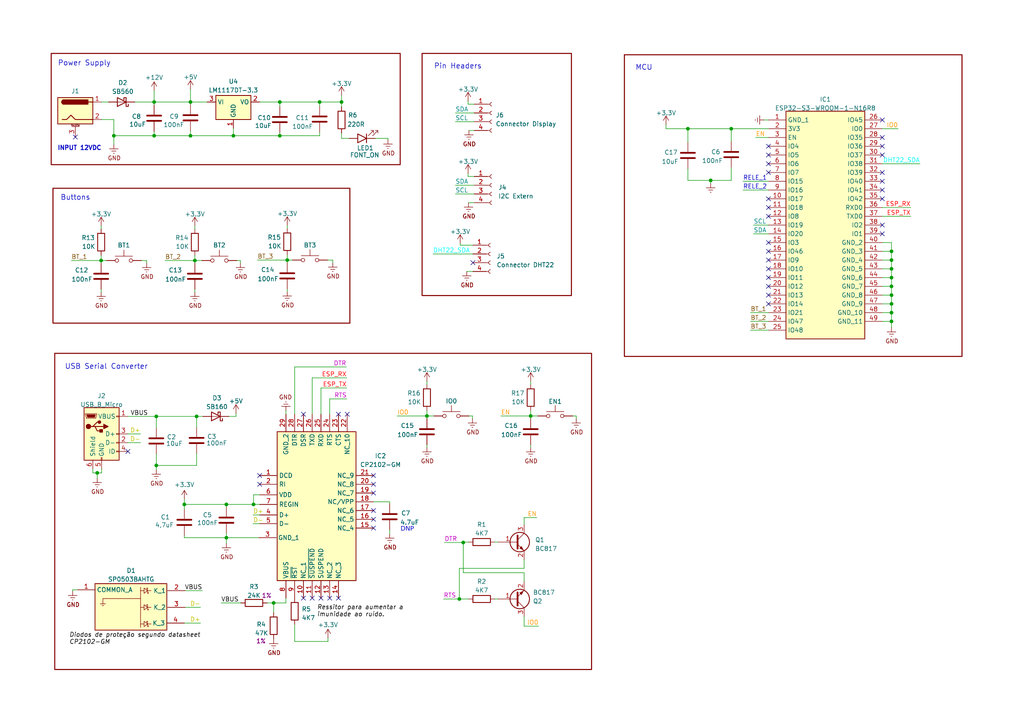
<source format=kicad_sch>
(kicad_sch (version 20231120) (generator "eeschema") (generator_version "8.0")
  (paper "A4")
  (title_block (title "Controlodor IoT") (date "2024-06-26") (rev "v1.0") (company "Open Hardware"))
  (lib_symbols
    (symbol "Connector:Barrel_Jack_MountingPin" (pin_names hide)
      (property "Reference" "J1" (at 0 5.715 0))
      (symbol "Barrel_Jack_MountingPin_1_1"
        (text "Mounting" (at 0 -4.191 0) (effects (font (size 0.381 0.381))))
        (pin passive line (at 7.62 2.54 180) (length 2.54) (name "~") (number "1"))
        (pin passive line (at 7.62 -2.54 180) (length 2.54) (name "~") (number "2"))
        (pin passive line (at 0 -7.62 90) (length 3.048) (name "MountPin") (number "3"))
      )
    )
    (symbol "Connector:Conn_01x04_Socket" (pin_names (offset 1.016) hide)
      (property "Reference" "J" (at 0 5.08 0))
      (property "Value" "Conn_01x04_Socket" (at 0 -7.62 0))
      (symbol "Conn_01x04_Socket_1_1"
        (pin passive line (at -5.08 2.54 0) (length 3.81) (name "Pin_1") (number "1"))
        (pin passive line (at -5.08 0 0) (length 3.81) (name "Pin_2") (number "2"))
        (pin passive line (at -5.08 -2.54 0) (length 3.81) (name "Pin_3") (number "3"))
        (pin passive line (at -5.08 -5.08 0) (length 3.81) (name "Pin_4") (number "4"))
      )
    )
    (symbol "Connector:USB_B_Micro" (pin_names (offset 1.016))
      (property "Reference" "J" (at -5.08 11.43 0))
      (property "Value" "USB_B_Micro" (at -5.08 8.89 0))
      (symbol "USB_B_Micro_1_1"
        (pin power_out line (at 7.62 5.08 180) (length 2.54) (name "VBUS") (number "1"))
        (pin bidirectional line (at 7.62 -2.54 180) (length 2.54) (name "D-") (number "2"))
        (pin bidirectional line (at 7.62 0 180) (length 2.54) (name "D+") (number "3"))
        (pin passive line (at 7.62 -5.08 180) (length 2.54) (name "ID") (number "4"))
        (pin power_out line (at 0 -10.16 90) (length 2.54) (name "GND") (number "5"))
        (pin passive line (at -2.54 -10.16 90) (length 2.54) (name "Shield") (number "6"))
      )
    )
    (symbol "Device:C" (pin_numbers hide) (pin_names (offset 0.254))
      (property "Reference" "C" (at 0.635 2.54 0))
      (property "Value" "C" (at 0.635 -2.54 0))
      (symbol "C_1_1"
        (pin passive line (at 0 3.81 270) (length 2.794) (name "~") (number "1"))
        (pin passive line (at 0 -3.81 90) (length 2.794) (name "~") (number "2"))
      )
    )
    (symbol "Device:LED" (pin_numbers hide) (pin_names (offset 1.016) hide)
      (property "Reference" "D3" (at -0.9525 -3.175 90))
      (property "Value" "LED" (at -3.4925 -3.175 90))
      (symbol "LED_1_1"
        (pin passive line (at -3.81 0 0) (length 2.54) (name "K") (number "1"))
        (pin passive line (at 3.81 0 180) (length 2.54) (name "A") (number "2"))
      )
    )
    (symbol "Device:R" (pin_numbers hide) (pin_names (offset 0))
      (property "Reference" "R" (at 2.032 0 90))
      (property "Value" "R" (at 0 0 90))
      (symbol "R_1_1"
        (pin passive line (at 0 3.81 270) (length 1.27) (name "~") (number "1"))
        (pin passive line (at 0 -3.81 90) (length 1.27) (name "~") (number "2"))
      )
    )
    (symbol "Diode:SB160" (pin_numbers hide) (pin_names (offset 1.016) hide)
      (property "Reference" "D" (at 0 2.54 0))
      (property "Value" "SB160" (at 0 -2.54 0))
      (symbol "SB160_1_1"
        (pin passive line (at -3.81 0 0) (length 2.54) (name "K") (number "1"))
        (pin passive line (at 3.81 0 180) (length 2.54) (name "A") (number "2"))
      )
    )
    (symbol "My_Library_Conectors:Chave_Táctil_Push_Button_SMD_2_Terminais_3x6x4,3_Preta_(KFC-A06)" (pin_numbers hide) (pin_names (offset 1.016) hide)
      (property "Reference" "SW" (at 1.27 2.54 0))
      (property "Value" "SW_MEC_5G" (at 0 -1.524 0))
      (symbol "Chave_Táctil_Push_Button_SMD_2_Terminais_3x6x4,3_Preta_(KFC-A06)_1_1"
        (pin passive line (at -5.08 0 0) (length 2.54) (name "1") (number "1"))
        (pin passive line (at 5.08 0 180) (length 2.54) (name "2") (number "2"))
      )
    )
    (symbol "My_Library_MCU:ESP32-S3-WROOM-1-N16R8"
      (property "Reference" "IC" (at 29.21 7.62 0))
      (property "Value" "ESP32-S3-WROOM-1-N16R8" (at 29.21 5.08 0))
      (symbol "ESP32-S3-WROOM-1-N16R8_1_1"
        (pin passive line (at 0 0 0) (length 5.08) (name "GND_1") (number "1"))
        (pin passive line (at 0 -22.86 0) (length 5.08) (name "IO17") (number "10"))
        (pin passive line (at 0 -25.4 0) (length 5.08) (name "IO18") (number "11"))
        (pin passive line (at 0 -27.94 0) (length 5.08) (name "IO8") (number "12"))
        (pin passive line (at 0 -30.48 0) (length 5.08) (name "IO19") (number "13"))
        (pin passive line (at 0 -33.02 0) (length 5.08) (name "IO20") (number "14"))
        (pin passive line (at 0 -35.56 0) (length 5.08) (name "IO3") (number "15"))
        (pin passive line (at 0 -38.1 0) (length 5.08) (name "IO46") (number "16"))
        (pin passive line (at 0 -40.64 0) (length 5.08) (name "IO9") (number "17"))
        (pin passive line (at 0 -43.18 0) (length 5.08) (name "IO10") (number "18"))
        (pin passive line (at 0 -45.72 0) (length 5.08) (name "IO11") (number "19"))
        (pin passive line (at 0 -2.54 0) (length 5.08) (name "3V3") (number "2"))
        (pin passive line (at 0 -48.26 0) (length 5.08) (name "IO12") (number "20"))
        (pin passive line (at 0 -50.8 0) (length 5.08) (name "IO13") (number "21"))
        (pin passive line (at 0 -53.34 0) (length 5.08) (name "IO14") (number "22"))
        (pin passive line (at 0 -55.88 0) (length 5.08) (name "IO21") (number "23"))
        (pin passive line (at 0 -58.42 0) (length 5.08) (name "IO47") (number "24"))
        (pin passive line (at 0 -60.96 0) (length 5.08) (name "IO48") (number "25"))
        (pin passive line (at 33.02 0 180) (length 5.08) (name "IO45") (number "26"))
        (pin passive line (at 33.02 -2.54 180) (length 5.08) (name "IO0") (number "27"))
        (pin passive line (at 33.02 -5.08 180) (length 5.08) (name "IO35") (number "28"))
        (pin passive line (at 33.02 -7.62 180) (length 5.08) (name "IO36") (number "29"))
        (pin passive line (at 0 -5.08 0) (length 5.08) (name "EN") (number "3"))
        (pin passive line (at 33.02 -10.16 180) (length 5.08) (name "IO37") (number "30"))
        (pin passive line (at 33.02 -12.7 180) (length 5.08) (name "IO38") (number "31"))
        (pin passive line (at 33.02 -15.24 180) (length 5.08) (name "IO39") (number "32"))
        (pin passive line (at 33.02 -17.78 180) (length 5.08) (name "IO40") (number "33"))
        (pin passive line (at 33.02 -20.32 180) (length 5.08) (name "IO41") (number "34"))
        (pin passive line (at 33.02 -22.86 180) (length 5.08) (name "IO42") (number "35"))
        (pin passive line (at 33.02 -25.4 180) (length 5.08) (name "RXD0") (number "36"))
        (pin passive line (at 33.02 -27.94 180) (length 5.08) (name "TXD0") (number "37"))
        (pin passive line (at 33.02 -30.48 180) (length 5.08) (name "IO2") (number "38"))
        (pin passive line (at 33.02 -33.02 180) (length 5.08) (name "IO1") (number "39"))
        (pin passive line (at 0 -7.62 0) (length 5.08) (name "IO4") (number "4"))
        (pin passive line (at 33.02 -35.56 180) (length 5.08) (name "GND_2") (number "40"))
        (pin passive line (at 33.02 -38.1 180) (length 5.08) (name "GND_3") (number "41"))
        (pin passive line (at 33.02 -40.64 180) (length 5.08) (name "GND_4") (number "42"))
        (pin passive line (at 33.02 -43.18 180) (length 5.08) (name "GND_5") (number "43"))
        (pin passive line (at 33.02 -45.72 180) (length 5.08) (name "GND_6") (number "44"))
        (pin passive line (at 33.02 -48.26 180) (length 5.08) (name "GND_7") (number "45"))
        (pin passive line (at 33.02 -50.8 180) (length 5.08) (name "GND_8") (number "46"))
        (pin passive line (at 33.02 -53.34 180) (length 5.08) (name "GND_9") (number "47"))
        (pin passive line (at 33.02 -55.88 180) (length 5.08) (name "GND_10") (number "48"))
        (pin passive line (at 33.02 -58.42 180) (length 5.08) (name "GND_11") (number "49"))
        (pin passive line (at 0 -10.16 0) (length 5.08) (name "IO5") (number "5"))
        (pin passive line (at 0 -12.7 0) (length 5.08) (name "IO6") (number "6"))
        (pin passive line (at 0 -15.24 0) (length 5.08) (name "IO7") (number "7"))
        (pin passive line (at 0 -17.78 0) (length 5.08) (name "IO15") (number "8"))
        (pin passive line (at 0 -20.32 0) (length 5.08) (name "IO16") (number "9"))
      )
    )
    (symbol "My_library:CP2102-GM"
      (property "Reference" "IC" (at 29.21 17.78 0))
      (property "Value" "CP2102-GM" (at 29.21 15.24 0))
      (symbol "CP2102-GM_1_1"
        (pin passive line (at 0 0 0) (length 5.08) (name "DCD") (number "1"))
        (pin passive line (at 12.7 -35.56 90) (length 5.08) (name "NC_1") (number "10"))
        (pin passive line (at 15.24 -35.56 90) (length 5.08) (name "~{SUSPEND}") (number "11"))
        (pin passive line (at 17.78 -35.56 90) (length 5.08) (name "SUSPEND") (number "12"))
        (pin passive line (at 20.32 -35.56 90) (length 5.08) (name "NC_2") (number "13"))
        (pin passive line (at 22.86 -35.56 90) (length 5.08) (name "NC_3") (number "14"))
        (pin passive line (at 33.02 -15.24 180) (length 5.08) (name "NC_4") (number "15"))
        (pin passive line (at 33.02 -12.7 180) (length 5.08) (name "NC_5") (number "16"))
        (pin passive line (at 33.02 -10.16 180) (length 5.08) (name "NC_6") (number "17"))
        (pin passive line (at 33.02 -7.62 180) (length 5.08) (name "NC/VPP") (number "18"))
        (pin passive line (at 33.02 -5.08 180) (length 5.08) (name "NC_7") (number "19"))
        (pin passive line (at 0 -2.54 0) (length 5.08) (name "RI") (number "2"))
        (pin passive line (at 33.02 -2.54 180) (length 5.08) (name "NC_8") (number "20"))
        (pin passive line (at 33.02 0 180) (length 5.08) (name "NC_9") (number "21"))
        (pin passive line (at 25.4 17.78 270) (length 5.08) (name "NC_10") (number "22"))
        (pin passive line (at 22.86 17.78 270) (length 5.08) (name "CTS") (number "23"))
        (pin passive line (at 20.32 17.78 270) (length 5.08) (name "RTS") (number "24"))
        (pin passive line (at 17.78 17.78 270) (length 5.08) (name "RXD") (number "25"))
        (pin passive line (at 15.24 17.78 270) (length 5.08) (name "TXD") (number "26"))
        (pin passive line (at 12.7 17.78 270) (length 5.08) (name "DSR") (number "27"))
        (pin passive line (at 10.16 17.78 270) (length 5.08) (name "DTR") (number "28"))
        (pin passive line (at 7.62 17.78 270) (length 5.08) (name "GND_2") (number "29"))
        (pin passive line (at -0.254 -18.034 0) (length 5.08) (name "GND_1") (number "3"))
        (pin passive line (at 0 -11.43 0) (length 5.08) (name "D+") (number "4"))
        (pin passive line (at 0 -13.97 0) (length 5.08) (name "D-") (number "5"))
        (pin passive line (at 0 -5.588 0) (length 5.08) (name "VDD") (number "6"))
        (pin passive line (at 0 -8.382 0) (length 5.08) (name "REGIN") (number "7"))
        (pin passive line (at 7.62 -35.56 90) (length 5.08) (name "VBUS") (number "8"))
        (pin passive line (at 10.16 -35.56 90) (length 5.08) (name "~{RST}") (number "9"))
      )
    )
    (symbol "My_library:SP0503BAHTG"
      (property "Reference" "D" (at 12.7 11.176 0))
      (property "Value" "SP0503BAHTG" (at 7.366 8.636 0))
      (symbol "SP0503BAHTG_1_1"
        (pin passive line (at 0 1.524 0) (length 5.08) (name "COMMON_A") (number "1"))
        (pin passive line (at 31.242 1.27 180) (length 5.08) (name "K_1") (number "2"))
        (pin passive line (at 31.242 -3.556 180) (length 5.08) (name "K_2") (number "3"))
        (pin passive line (at 30.988 -8.128 180) (length 5.08) (name "K_3") (number "4"))
      )
    )
    (symbol "Regulator_Linear:LM1117DT-3.3"
      (property "Reference" "U" (at -3.81 3.175 0))
      (property "Value" "LM1117DT-3.3" (at 0 3.175 0))
      (symbol "LM1117DT-3.3_1_1"
        (pin power_in line (at 0 -7.62 90) (length 2.54) (name "GND") (number "1"))
        (pin power_out line (at 7.62 0 180) (length 2.54) (name "VO") (number "2"))
        (pin power_in line (at -7.62 0 0) (length 2.54) (name "VI") (number "3"))
      )
    )
    (symbol "Transistor_BJT:BC817" (pin_names (offset 0) hide)
      (property "Reference" "Q" (at 5.08 1.905 0))
      (property "Value" "BC817" (at 5.08 0 0))
      (symbol "BC817_1_1"
        (pin input line (at -5.08 0 0) (length 5.715) (name "B") (number "1"))
        (pin passive line (at 2.54 -5.08 90) (length 2.54) (name "E") (number "2"))
        (pin passive line (at 2.54 5.08 270) (length 2.54) (name "C") (number "3"))
      )
    )
    (symbol "power:+12V" (power) (pin_names (offset 0))
      (property "Value" "+12V" (at 0 3.556 0))
      (symbol "+12V_1_1"
        (pin power_in line (at 0 0 90) (length 0) hide (name "+12V") (number "1"))
      )
    )
    (symbol "power:+3.3V" (power) (pin_names (offset 0))
      (property "Value" "+3.3V" (at 0 3.556 0))
      (symbol "+3.3V_1_1"
        (pin power_in line (at 0 0 90) (length 0) hide (name "+3.3V") (number "1"))
      )
    )
    (symbol "power:+5V" (power) (pin_names (offset 0))
      (property "Value" "+5V" (at 0 3.556 0))
      (symbol "+5V_1_1"
        (pin power_in line (at 0 0 90) (length 0) hide (name "+5V") (number "1"))
      )
    )
    (symbol "power:Earth" (power) (pin_names (offset 0))
      (symbol "Earth_1_1"
        (pin power_in line (at 0 0 270) (length 0) hide (name "Earth") (number "1"))
      )
    )
  )
  (junction (at 83.312 75.438))
  (junction (at 123.825 120.65))
  (junction (at 258.572 90.678))
  (junction (at 53.467 146.304))
  (junction (at 153.924 120.65))
  (junction (at 45.339 135.001))
  (junction (at 56.515 75.565))
  (junction (at 258.572 88.138))
  (junction (at 57.023 120.777))
  (junction (at 44.704 39.37))
  (junction (at 55.245 29.591))
  (junction (at 44.704 29.591))
  (junction (at 134.366 157.353))
  (junction (at 258.572 72.898))
  (junction (at 258.572 77.978))
  (junction (at 206.121 52.324))
  (junction (at 212.09 37.338))
  (junction (at 45.339 120.777))
  (junction (at 81.153 39.37))
  (junction (at 65.659 155.956))
  (junction (at 92.71 29.591))
  (junction (at 258.572 93.218))
  (junction (at 81.153 29.591))
  (junction (at 79.375 174.879))
  (junction (at 258.572 80.518))
  (junction (at 65.659 146.304))
  (junction (at 67.691 39.37))
  (junction (at 33.02 39.37))
  (junction (at 55.245 39.37))
  (junction (at 258.572 75.438))
  (junction (at 29.337 75.565))
  (junction (at 258.572 85.598))
  (junction (at 199.517 37.338))
  (junction (at 28.194 137.16))
  (junction (at 258.572 83.058))
  (junction (at 99.06 29.591))
  (junction (at 133.223 173.736))
  (junction (at 73.533 146.304))
  (no_connect (at 222.885 60.198))
  (no_connect (at 222.885 62.738))
  (no_connect (at 255.905 65.278))
  (no_connect (at 255.905 34.798))
  (no_connect (at 75.311 140.462))
  (no_connect (at 222.885 77.978))
  (no_connect (at 222.885 75.438))
  (no_connect (at 255.905 42.418))
  (no_connect (at 21.844 39.751))
  (no_connect (at 108.331 150.622))
  (no_connect (at 98.171 173.482))
  (no_connect (at 222.885 85.598))
  (no_connect (at 90.551 173.482))
  (no_connect (at 137.16 76.2))
  (no_connect (at 108.331 137.922))
  (no_connect (at 222.885 83.058))
  (no_connect (at 222.885 88.138))
  (no_connect (at 108.331 143.002))
  (no_connect (at 75.311 137.922))
  (no_connect (at 222.885 50.038))
  (no_connect (at 108.331 148.082))
  (no_connect (at 100.711 120.142))
  (no_connect (at 222.885 57.658))
  (no_connect (at 255.905 50.038))
  (no_connect (at 222.885 44.958))
  (no_connect (at 93.091 173.482))
  (no_connect (at 88.011 120.142))
  (no_connect (at 255.905 39.878))
  (no_connect (at 37.084 130.937))
  (no_connect (at 108.331 140.462))
  (no_connect (at 255.905 55.118))
  (no_connect (at 255.905 44.958))
  (no_connect (at 255.905 57.658))
  (no_connect (at 95.631 173.482))
  (no_connect (at 222.885 42.418))
  (no_connect (at 222.885 80.518))
  (no_connect (at 88.011 173.482))
  (no_connect (at 98.171 120.142))
  (no_connect (at 108.331 153.162))
  (no_connect (at 222.885 72.898))
  (no_connect (at 255.905 52.578))
  (no_connect (at 255.905 67.818))
  (no_connect (at 222.885 47.498))
  (no_connect (at 222.885 70.358))
  (wire (pts (xy 65.659 155.956) (xy 65.659 154.686)))
  (wire (pts (xy 43.307 -16.891) (xy 46.228 -16.891)))
  (wire (pts (xy 55.245 29.591) (xy 60.071 29.591)))
  (wire (pts (xy 57.023 120.777) (xy 58.801 120.777)))
  (wire (pts (xy 255.905 72.898) (xy 258.572 72.898)))
  (wire (pts (xy 112.522 40.132) (xy 112.522 40.513)))
  (wire (pts (xy 153.924 120.65) (xy 153.924 121.412)))
  (wire (pts (xy 44.704 29.591) (xy 55.245 29.591)))
  (wire (pts (xy 133.477 70.612) (xy 133.477 71.12)))
  (wire (pts (xy 45.339 135.001) (xy 57.023 135.001)))
  (wire (pts (xy 125.603 73.66) (xy 137.16 73.66)))
  (wire (pts (xy 92.71 30.734) (xy 92.71 29.591)))
  (wire (pts (xy 133.223 164.846) (xy 133.223 173.736)))
  (wire (pts (xy 28.194 137.16) (xy 29.464 137.16)))
  (wire (pts (xy 128.651 173.736) (xy 133.223 173.736)))
  (wire (pts (xy 258.572 93.218) (xy 258.572 94.996)))
  (wire (pts (xy 152.019 162.306) (xy 152.019 164.846)))
  (wire (pts (xy 134.366 166.116) (xy 134.366 157.353)))
  (wire (pts (xy 123.825 110.617) (xy 123.825 111.506)))
  (wire (pts (xy 43.307 -16.637) (xy 43.307 -16.891)))
  (wire (pts (xy 44.704 39.37) (xy 33.02 39.37)))
  (wire (pts (xy 68.453 119.888) (xy 68.453 120.777)))
  (wire (pts (xy 99.06 29.591) (xy 92.71 29.591)))
  (wire (pts (xy 255.905 60.198) (xy 264.16 60.198)))
  (wire (pts (xy 153.924 120.65) (xy 155.956 120.65)))
  (wire (pts (xy 217.678 90.678) (xy 222.885 90.678)))
  (wire (pts (xy 53.721 176.149) (xy 58.166 176.149)))
  (wire (pts (xy 255.905 47.498) (xy 266.827 47.498)))
  (wire (pts (xy 99.06 30.988) (xy 99.06 29.591)))
  (wire (pts (xy 33.02 41.91) (xy 33.02 39.37)))
  (wire (pts (xy 123.825 120.65) (xy 123.825 121.412)))
  (wire (pts (xy 75.057 155.956) (xy 65.659 155.956)))
  (wire (pts (xy 137.541 51.181) (xy 135.763 51.181)))
  (wire (pts (xy 255.905 37.338) (xy 260.477 37.338)))
  (wire (pts (xy 56.515 75.565) (xy 58.547 75.565)))
  (wire (pts (xy 21.082 171.069) (xy 21.082 171.45)))
  (wire (pts (xy 92.71 38.354) (xy 92.71 39.37)))
  (wire (pts (xy 100.584 109.601) (xy 90.551 109.601)))
  (wire (pts (xy 29.337 74.041) (xy 29.337 75.565)))
  (wire (pts (xy 137.033 120.65) (xy 137.033 121.412)))
  (wire (pts (xy 56.515 65.532) (xy 56.515 66.421)))
  (wire (pts (xy 255.905 90.678) (xy 258.572 90.678)))
  (wire (pts (xy 222.885 37.338) (xy 212.09 37.338)))
  (wire (pts (xy 83.312 75.438) (xy 83.312 76.2)))
  (wire (pts (xy 115.189 120.65) (xy 123.825 120.65)))
  (wire (pts (xy 53.467 146.304) (xy 65.659 146.304)))
  (wire (pts (xy 258.572 83.058) (xy 258.572 85.598)))
  (wire (pts (xy 42.545 75.565) (xy 42.545 76.327)))
  (wire (pts (xy 152.019 168.656) (xy 152.019 166.116)))
  (wire (pts (xy 123.825 120.65) (xy 125.857 120.65)))
  (wire (pts (xy 206.121 52.324) (xy 206.121 53.213)))
  (wire (pts (xy 255.905 62.738) (xy 264.16 62.738)))
  (wire (pts (xy 96.52 75.438) (xy 96.52 76.2)))
  (wire (pts (xy 145.288 120.65) (xy 153.924 120.65)))
  (wire (pts (xy 221.615 34.798) (xy 222.885 34.798)))
  (wire (pts (xy 136.017 37.846) (xy 137.541 37.846)))
  (wire (pts (xy 95.631 115.697) (xy 95.631 120.142)))
  (wire (pts (xy 132.08 35.306) (xy 137.541 35.306)))
  (wire (pts (xy 153.924 129.032) (xy 153.924 129.794)))
  (wire (pts (xy 92.71 39.37) (xy 81.153 39.37)))
  (wire (pts (xy 255.905 70.358) (xy 258.572 70.358)))
  (wire (pts (xy 258.572 93.218) (xy 255.905 93.218)))
  (wire (pts (xy 53.467 144.78) (xy 53.467 146.304)))
  (wire (pts (xy 143.51 173.736) (xy 144.399 173.736)))
  (wire (pts (xy 132.08 32.766) (xy 137.541 32.766)))
  (wire (pts (xy 135.763 50.292) (xy 135.763 51.181)))
  (wire (pts (xy 45.339 120.777) (xy 57.023 120.777)))
  (wire (pts (xy 81.153 29.591) (xy 81.153 30.861)))
  (wire (pts (xy 26.924 137.16) (xy 28.194 137.16)))
  (wire (pts (xy 199.517 48.895) (xy 199.517 52.324)))
  (wire (pts (xy 99.06 27.686) (xy 99.06 29.591)))
  (wire (pts (xy 94.996 75.438) (xy 96.52 75.438)))
  (wire (pts (xy 132.08 53.721) (xy 137.541 53.721)))
  (wire (pts (xy 33.02 39.37) (xy 33.02 34.671)))
  (wire (pts (xy 53.721 171.323) (xy 58.674 171.323)))
  (wire (pts (xy 33.02 34.671) (xy 29.464 34.671)))
  (wire (pts (xy 64.135 174.879) (xy 69.85 174.879)))
  (wire (pts (xy 37.084 128.397) (xy 40.767 128.397)))
  (wire (pts (xy 82.931 119.126) (xy 82.931 120.142)))
  (wire (pts (xy 258.572 88.138) (xy 258.572 90.678)))
  (wire (pts (xy 193.167 37.338) (xy 193.167 36.195)))
  (wire (pts (xy 85.471 106.426) (xy 100.457 106.426)))
  (wire (pts (xy 258.572 80.518) (xy 258.572 83.058)))
  (wire (pts (xy 79.375 185.293) (xy 79.375 185.42)))
  (wire (pts (xy 255.905 88.138) (xy 258.572 88.138)))
  (wire (pts (xy 56.515 74.041) (xy 56.515 75.565)))
  (wire (pts (xy 79.375 174.879) (xy 82.931 174.879)))
  (wire (pts (xy 219.202 39.878) (xy 222.885 39.878)))
  (wire (pts (xy 152.019 181.61) (xy 156.21 181.61)))
  (wire (pts (xy 39.751 -20.955) (xy 39.751 -20.066)))
  (wire (pts (xy 206.121 52.324) (xy 199.517 52.324)))
  (wire (pts (xy 83.312 75.438) (xy 84.836 75.438)))
  (wire (pts (xy 56.515 75.565) (xy 56.515 76.327)))
  (wire (pts (xy 258.572 70.358) (xy 258.572 72.898)))
  (wire (pts (xy 134.366 157.226) (xy 134.366 157.353)))
  (wire (pts (xy 108.839 40.132) (xy 112.522 40.132)))
  (wire (pts (xy 68.453 120.777) (xy 66.421 120.777)))
  (wire (pts (xy 41.021 75.565) (xy 42.545 75.565)))
  (wire (pts (xy 65.659 147.066) (xy 65.659 146.304)))
  (wire (pts (xy 258.572 90.678) (xy 258.572 93.218)))
  (wire (pts (xy 137.033 120.65) (xy 136.017 120.65)))
  (wire (pts (xy 65.659 155.956) (xy 65.659 157.607)))
  (wire (pts (xy 57.023 120.777) (xy 57.023 123.952)))
  (wire (pts (xy 212.09 37.338) (xy 199.517 37.338)))
  (wire (pts (xy 47.879 75.565) (xy 56.515 75.565)))
  (wire (pts (xy 29.464 136.017) (xy 29.464 137.16)))
  (wire (pts (xy 75.311 143.51) (xy 73.533 143.51)))
  (wire (pts (xy 152.019 150.114) (xy 155.702 150.114)))
  (wire (pts (xy 57.023 131.572) (xy 57.023 135.001)))
  (wire (pts (xy 255.905 83.058) (xy 258.572 83.058)))
  (wire (pts (xy 69.723 75.565) (xy 68.707 75.565)))
  (wire (pts (xy 67.691 39.37) (xy 81.153 39.37)))
  (wire (pts (xy 44.704 26.289) (xy 44.704 29.591)))
  (wire (pts (xy 29.337 83.947) (xy 29.337 84.709)))
  (wire (pts (xy 53.467 155.956) (xy 65.659 155.956)))
  (wire (pts (xy 113.03 145.542) (xy 113.03 146.05)))
  (wire (pts (xy 100.584 112.522) (xy 93.091 112.522)))
  (wire (pts (xy 123.825 129.032) (xy 123.825 129.794)))
  (wire (pts (xy 65.659 146.304) (xy 73.533 146.304)))
  (wire (pts (xy 38.1 -8.763) (xy 46.228 -8.763)))
  (wire (pts (xy 37.084 125.857) (xy 40.767 125.857)))
  (wire (pts (xy 101.219 40.132) (xy 99.06 40.132)))
  (wire (pts (xy 153.924 110.617) (xy 153.924 111.506)))
  (wire (pts (xy 73.533 143.51) (xy 73.533 146.304)))
  (wire (pts (xy 93.091 112.522) (xy 93.091 120.142)))
  (wire (pts (xy 135.89 58.801) (xy 137.541 58.801)))
  (wire (pts (xy 55.245 30.353) (xy 55.245 29.591)))
  (wire (pts (xy 39.116 29.591) (xy 44.704 29.591)))
  (wire (pts (xy 212.09 37.338) (xy 212.09 41.021)))
  (wire (pts (xy 55.245 39.37) (xy 44.704 39.37)))
  (wire (pts (xy 100.584 115.697) (xy 95.631 115.697)))
  (wire (pts (xy 152.019 181.61) (xy 152.019 178.816)))
  (wire (pts (xy 55.245 25.908) (xy 55.245 29.591)))
  (wire (pts (xy 73.533 146.304) (xy 75.311 146.304)))
  (wire (pts (xy 29.464 29.591) (xy 31.496 29.591)))
  (wire (pts (xy 135.763 29.337) (xy 135.763 30.226)))
  (wire (pts (xy 137.541 30.226) (xy 135.763 30.226)))
  (wire (pts (xy 137.16 71.12) (xy 133.477 71.12)))
  (wire (pts (xy 152.019 164.846) (xy 133.223 164.846)))
  (wire (pts (xy 143.51 157.226) (xy 144.399 157.226)))
  (wire (pts (xy 53.467 147.701) (xy 53.467 146.304)))
  (wire (pts (xy 199.517 37.338) (xy 193.167 37.338)))
  (wire (pts (xy 212.09 48.641) (xy 212.09 52.324)))
  (wire (pts (xy 28.194 137.16) (xy 28.194 138.684)))
  (wire (pts (xy 152.019 166.116) (xy 134.366 166.116)))
  (wire (pts (xy 82.931 173.482) (xy 82.931 174.879)))
  (wire (pts (xy 29.337 75.565) (xy 29.337 76.327)))
  (wire (pts (xy 26.924 136.017) (xy 26.924 137.16)))
  (wire (pts (xy 199.517 37.338) (xy 199.517 41.275)))
  (wire (pts (xy 152.019 150.114) (xy 152.019 152.146)))
  (wire (pts (xy 212.09 52.324) (xy 206.121 52.324)))
  (wire (pts (xy 44.704 38.1) (xy 44.704 39.37)))
  (wire (pts (xy 255.905 77.978) (xy 258.572 77.978)))
  (wire (pts (xy 218.567 67.818) (xy 222.885 67.818)))
  (wire (pts (xy 29.337 75.565) (xy 30.861 75.565)))
  (wire (pts (xy 44.704 30.48) (xy 44.704 29.591)))
  (wire (pts (xy 29.337 65.532) (xy 29.337 66.421)))
  (wire (pts (xy 133.223 173.736) (xy 135.89 173.736)))
  (wire (pts (xy 99.06 40.132) (xy 99.06 38.608)))
  (wire (pts (xy 85.471 120.142) (xy 85.471 106.426)))
  (wire (pts (xy 69.723 75.565) (xy 69.723 76.327)))
  (wire (pts (xy 134.366 157.226) (xy 135.89 157.226)))
  (wire (pts (xy 45.339 120.777) (xy 45.339 124.079)))
  (wire (pts (xy 123.825 119.126) (xy 123.825 120.65)))
  (wire (pts (xy 218.567 65.278) (xy 222.885 65.278)))
  (wire (pts (xy 167.132 120.65) (xy 167.132 121.412)))
  (wire (pts (xy 222.885 52.578) (xy 215.519 52.578)))
  (wire (pts (xy 55.245 37.973) (xy 55.245 39.37)))
  (wire (pts (xy 215.519 55.118) (xy 222.885 55.118)))
  (wire (pts (xy 83.312 73.914) (xy 83.312 75.438)))
  (wire (pts (xy 258.572 72.898) (xy 258.572 75.438)))
  (wire (pts (xy 258.572 85.598) (xy 258.572 88.138)))
  (wire (pts (xy 95.123 186.055) (xy 95.123 185.039)))
  (wire (pts (xy 79.375 174.879) (xy 79.375 177.673)))
  (wire (pts (xy 74.676 75.438) (xy 83.312 75.438)))
  (wire (pts (xy 128.905 157.353) (xy 134.366 157.353)))
  (wire (pts (xy 135.382 78.74) (xy 137.16 78.74)))
  (wire (pts (xy 113.03 153.67) (xy 113.03 154.813)))
  (wire (pts (xy 132.08 56.261) (xy 137.541 56.261)))
  (wire (pts (xy 255.905 85.598) (xy 258.572 85.598)))
  (wire (pts (xy 258.572 77.978) (xy 258.572 80.518)))
  (wire (pts (xy 22.479 171.069) (xy 21.082 171.069)))
  (wire (pts (xy 53.467 155.321) (xy 53.467 155.956)))
  (wire (pts (xy 75.311 29.591) (xy 81.153 29.591)))
  (wire (pts (xy 56.515 83.947) (xy 56.515 84.709)))
  (wire (pts (xy 255.905 80.518) (xy 258.572 80.518)))
  (wire (pts (xy 46.228 -5.207) (xy 38.1 -5.207)))
  (wire (pts (xy 83.312 65.405) (xy 83.312 66.294)))
  (wire (pts (xy 73.406 149.352) (xy 75.311 149.352)))
  (wire (pts (xy 167.132 120.65) (xy 166.116 120.65)))
  (wire (pts (xy 95.123 186.055) (xy 85.471 186.055)))
  (wire (pts (xy 81.153 38.481) (xy 81.153 39.37)))
  (wire (pts (xy 258.572 75.438) (xy 258.572 77.978)))
  (wire (pts (xy 75.311 151.892) (xy 73.406 151.892)))
  (wire (pts (xy 108.331 145.542) (xy 113.03 145.542)))
  (wire (pts (xy 83.312 83.82) (xy 83.312 84.582)))
  (wire (pts (xy 53.467 180.721) (xy 58.166 180.721)))
  (wire (pts (xy 90.551 109.601) (xy 90.551 120.142)))
  (wire (pts (xy 39.751 -20.066) (xy 46.228 -20.066)))
  (wire (pts (xy 67.691 37.211) (xy 67.691 39.37)))
  (wire (pts (xy 81.153 29.591) (xy 92.71 29.591)))
  (wire (pts (xy 153.924 119.126) (xy 153.924 120.65)))
  (wire (pts (xy 77.47 174.879) (xy 79.375 174.879)))
  (wire (pts (xy 217.678 95.758) (xy 222.885 95.758)))
  (wire (pts (xy 255.905 75.438) (xy 258.572 75.438)))
  (wire (pts (xy 67.691 39.37) (xy 55.245 39.37)))
  (wire (pts (xy 20.701 75.565) (xy 29.337 75.565)))
  (wire (pts (xy 85.471 181.102) (xy 85.471 186.055)))
  (wire (pts (xy 45.339 135.001) (xy 45.339 136.271)))
  (wire (pts (xy 45.339 131.699) (xy 45.339 135.001)))
  (wire (pts (xy 37.084 120.777) (xy 45.339 120.777)))
  (wire (pts (xy 217.678 93.218) (xy 222.885 93.218)))
  (rectangle (start 122.428 15.494) (end 165.735 85.725) (stroke (width 0.3) (color 132 0 0 1)))
  (rectangle (start 15.367 54.61) (end 101.473 93.726) (stroke (width 0.3) (color 132 0 0 1)))
  (rectangle (start 181.102 15.875) (end 279.019 103.378) (stroke (width 0.3) (color 132 0 0 1)))
  (rectangle (start 15.875 102.489) (end 171.577 194.183) (stroke (width 0.3) (color 132 0 0 1)))
  (rectangle (start 14.859 15.494) (end 116.078 47.752) (stroke (width 0.3) (color 132 0 0 1)))
  (text "USB Serial Converter" (at 18.796 107.315 0) (effects (font (size 1.5 1.5)) (justify left bottom)))
  (text "MCU" (at 184.277 20.574 0) (effects (font (size 1.5 1.5)) (justify left bottom)))
  (text "Diodos de proteção segundo datasheet\nCP2102-GM" (at 20.066 187.071 0) (effects (font (size 1.27 1.27) (italic yes)) (justify left bottom)))
  (text "DNP" (at 116.205 154.686 0) (effects (font (size 1.3 1.3)) (justify left bottom)))
  (text "Ressitor para aumentar a \nimunidade ao ruído." (at 91.948 179.07 0) (effects (font (size 1.27 1.27) (italic yes)) (justify left bottom)))
  (text "INPUT 12VDC" (at 16.637 43.815 0) (effects (font (size 1.27 1.27) (bold yes)) (justify left bottom)))
  (text "Buttons" (at 17.526 58.293 0) (effects (font (size 1.5 1.5)) (justify left bottom)))
  (text "Pin Headers" (at 125.857 20.193 0) (effects (font (size 1.5 1.5)) (justify left bottom)))
  (text "Power Supply" (at 16.764 19.304 0) (effects (font (size 1.5 1.5)) (justify left bottom)))
  (label "SDA" (at 218.567 67.818 0))
  (label "D-" (at 73.406 151.892 0))
  (label "RTS" (at 128.651 173.736 0))
  (label "D+" (at 58.166 180.721 180))
  (label "D+" (at 73.406 149.352 0))
  (label "EN" (at 155.702 150.114 180))
  (label "D+" (at 40.767 125.857 180))
  (label "RELE_2" (at 38.1 -5.207 0))
  (label "RELE_2" (at 215.519 55.118 0))
  (label "IO0" (at 156.21 181.61 180))
  (label "BT_3" (at 217.678 95.758 0))
  (label "DHT22_SDA" (at 266.827 47.498 180))
  (label "DTR" (at 100.457 106.426 180))
  (label "SCL" (at 132.08 35.306 0))
  (label "D-" (at 40.767 128.397 180))
  (label "IO0" (at 260.477 37.338 180))
  (label "ESP_TX" (at 264.16 62.738 180))
  (label "SCL" (at 132.08 56.261 0))
  (label "BT_2" (at 47.879 75.565 0))
  (label "BT_1" (at 217.678 90.678 0))
  (label "SDA" (at 132.08 32.766 0))
  (label "DHT22_SDA" (at 125.603 73.66 0))
  (label "IO0" (at 115.189 120.65 0))
  (label "DTR" (at 128.905 157.353 0))
  (label "VBUS" (at 64.135 174.879 0))
  (label "SDA" (at 132.08 53.721 0))
  (label "EN" (at 145.288 120.65 0))
  (label "EN" (at 219.202 39.878 0))
  (label "RELE_1" (at 38.1 -8.763 0))
  (label "BT_2" (at 217.678 93.218 0))
  (label "RTS" (at 100.584 115.697 180))
  (label "RELE_1" (at 215.519 52.578 0))
  (label "SCL" (at 218.567 65.278 0))
  (label "VBUS" (at 42.926 120.777 180))
  (label "ESP_TX" (at 100.584 112.522 180))
  (label "BT_3" (at 74.676 75.438 0))
  (label "VBUS" (at 58.674 171.323 180))
  (label "ESP_RX" (at 264.16 60.198 180))
  (label "ESP_RX" (at 100.584 109.601 180))
  (label "D-" (at 58.166 176.149 180))
  (label "BT_1" (at 20.701 75.565 0))
  (symbol (lib_id "power:Earth") (at 45.339 136.271 0) (unit 1)
    (property "Reference" "#PWR034" (effects (hide yes)))
    (property "Value" "Earth" (effects (hide yes)))
    (property "Nome" "GND" (at 45.466 140.208 0) (effects (font (size 1.2 1.2))))
  )
  (symbol (lib_id "Device:R") (at 153.924 115.316 0) (unit 1)
    (property "Reference" "R17" (at 148.209 114.046 0) (effects (justify left)))
    (property "Value" "10K" (at 148.336 116.586 0) (effects (justify left)))
    (property "Footprint" "Resistor_SMD:R_0805_2012Metric" (effects (hide yes)))
  )
  (symbol (lib_id "power:Earth") (at 79.375 185.42 0) (unit 1)
    (property "Reference" "#PWR07" (effects (hide yes)))
    (property "Value" "Earth" (effects (hide yes)))
    (property "Nome" "GND" (at 79.502 189.357 0) (effects (font (size 1.2 1.2))))
  )
  (symbol (lib_id "power:Earth") (at 65.659 157.607 0) (unit 1)
    (property "Reference" "#PWR09" (effects (hide yes)))
    (property "Value" "Earth" (effects (hide yes)))
    (property "Nome" "GND" (at 65.786 161.544 0) (effects (font (size 1.2 1.2))))
  )
  (symbol (lib_id "My_Library_Conectors:Chave_Táctil_Push_Button_SMD_2_Terminais_3x6x4,3_Preta_(KFC-A06)") (at 130.937 120.65 0) (unit 1)
    (property "Reference" "IO0" (at 130.937 116.332 0))
    (property "Value" "SW_MEC_5G" (effects (hide yes)))
    (property "Footprint" "My_library_footprint:Chave Táctil Push Button SMD 2 Terminais 3x6x4,3 Preta (KFC-A06)" (effects (hide yes)))
    (property "Datasheet" "http://www.apem.com/int/index.php?controller=attachment&id_attachment=488" (effects (hide yes)))
  )
  (symbol (lib_id "power:+3.3V") (at 193.167 36.195 0) (unit 1)
    (property "Reference" "#PWR031" (effects (hide yes)))
    (property "Value" "+3.3V" (at 193.167 32.766 0))
  )
  (symbol (lib_id "power:+3.3V") (at 135.763 29.337 0) (unit 1)
    (property "Reference" "#PWR032" (effects (hide yes)))
    (property "Value" "+3.3V" (at 135.763 25.908 0))
  )
  (symbol (lib_id "power:+3.3V") (at 95.123 185.039 0) (unit 1)
    (property "Reference" "#PWR08" (effects (hide yes)))
    (property "Value" "+3.3V" (at 95.123 181.229 0))
  )
  (symbol (lib_id "power:+3.3V") (at 53.467 144.78 0) (unit 1)
    (property "Reference" "#PWR053" (effects (hide yes)))
    (property "Value" "+3.3V" (at 53.467 140.589 0))
  )
  (symbol (lib_id "power:Earth") (at 113.03 154.813 0) (unit 1)
    (property "Reference" "#PWR010" (effects (hide yes)))
    (property "Value" "Earth" (effects (hide yes)))
    (property "Nome" "GND" (at 113.157 158.75 0) (effects (font (size 1.2 1.2))))
  )
  (symbol (lib_id "power:Earth") (at 42.545 76.327 0) (unit 1)
    (property "Reference" "#PWR013" (effects (hide yes)))
    (property "Value" "Earth" (effects (hide yes)))
    (property "Nome" "GND" (at 42.672 80.264 0) (effects (font (size 1.2 1.2))))
  )
  (symbol (lib_id "power:Earth") (at 112.522 40.513 0) (unit 1)
    (property "Reference" "#PWR04" (effects (hide yes)))
    (property "Value" "Earth" (effects (hide yes)))
    (property "Nome" "GND" (at 112.649 44.45 0) (effects (font (size 1.2 1.2))))
  )
  (symbol (lib_id "power:Earth") (at 43.307 -16.637 0) (unit 1)
    (property "Reference" "#PWR042" (effects (hide yes)))
    (property "Value" "Earth" (effects (hide yes)))
    (property "Nome" "GND" (at 43.434 -12.7 0) (effects (font (size 1.2 1.2))))
  )
  (symbol (lib_id "power:Earth") (at 56.515 84.709 0) (unit 1)
    (property "Reference" "#PWR014" (effects (hide yes)))
    (property "Value" "Earth" (effects (hide yes)))
    (property "Nome" "GND" (at 56.642 88.646 0) (effects (font (size 1.2 1.2))))
  )
  (symbol (lib_id "Device:C") (at 113.03 149.86 0) (unit 1)
    (property "Reference" "C7" (at 116.332 148.844 0) (effects (justify left)))
    (property "Value" "4.7uF" (at 116.078 151.511 0) (effects (justify left)))
    (property "Footprint" "Capacitor_SMD:C_0805_2012Metric" (effects (hide yes)))
  )
  (symbol (lib_id "power:Earth") (at 137.033 121.412 0) (unit 1)
    (property "Reference" "#PWR047" (effects (hide yes)))
    (property "Value" "Earth" (effects (hide yes)))
    (property "Nome" "GND" (at 137.16 125.349 0) (effects (font (size 1.2 1.2))))
  )
  (symbol (lib_id "Connector:USB_B_Micro") (at 29.464 125.857 0) (unit 1)
    (property "Reference" "J2" (at 29.464 114.808 0))
    (property "Value" "USB_B_Micro" (at 29.464 117.348 0))
    (property "Footprint" "Connector_USB:USB_Micro-B_Molex-105017-0001" (effects (hide yes)))
  )
  (symbol (lib_id "Regulator_Linear:LM1117DT-3.3") (at 67.691 29.591 0) (unit 1)
    (property "Reference" "U4" (at 67.691 23.622 0))
    (property "Value" "LM1117DT-3.3" (at 67.691 26.162 0))
    (property "Footprint" "Package_TO_SOT_SMD:SOT-223-3_TabPin2" (effects (hide yes)))
    (property "Datasheet" "http://www.ti.com/lit/ds/symlink/lm1117.pdf" (effects (hide yes)))
  )
  (symbol (lib_id "Device:R") (at 83.312 70.104 0) (unit 1)
    (property "Reference" "R15" (at 77.597 68.834 0) (effects (justify left)))
    (property "Value" "10K" (at 77.724 71.374 0) (effects (justify left)))
    (property "Footprint" "Resistor_SMD:R_0805_2012Metric" (effects (hide yes)))
  )
  (symbol (lib_id "Device:R") (at 56.515 70.231 0) (unit 1)
    (property "Reference" "R14" (at 50.8 68.961 0) (effects (justify left)))
    (property "Value" "10K" (at 50.927 71.501 0) (effects (justify left)))
    (property "Footprint" "Resistor_SMD:R_0805_2012Metric" (effects (hide yes)))
  )
  (symbol (lib_id "Device:C") (at 29.337 80.137 0) (unit 1)
    (property "Reference" "C12" (at 21.717 78.359 0) (effects (justify left)))
    (property "Value" "100nF" (at 20.701 81.026 0) (effects (justify left)))
    (property "Footprint" "Capacitor_SMD:C_0805_2012Metric" (effects (hide yes)))
  )
  (symbol (lib_id "Device:C") (at 92.71 34.544 0) (unit 1)
    (property "Reference" "C11" (at 85.725 34.163 0) (effects (justify left)))
    (property "Value" "100nF" (at 84.709 36.703 0) (effects (justify left)))
    (property "Footprint" "Capacitor_SMD:C_0805_2012Metric" (effects (hide yes)))
  )
  (symbol (lib_id "Device:R") (at 99.06 34.798 0) (unit 1)
    (property "Reference" "R6" (at 100.965 33.401 0) (effects (justify left)))
    (property "Value" "220R" (at 100.711 36.068 0) (effects (justify left)))
    (property "Footprint" "Resistor_SMD:R_0805_2012Metric" (effects (hide yes)))
  )
  (symbol (lib_id "Diode:SB160") (at 35.306 29.591 180) (unit 1)
    (property "Reference" "D2" (at 35.6235 24.003 0))
    (property "Value" "SB560" (at 35.6235 26.543 0))
    (property "Footprint" "Diode_THT:D_DO-201AE_P12.70mm_Horizontal" (effects (hide yes)))
    (property "Datasheet" "http://www.diodes.com/_files/datasheets/ds23022.pdf" (effects (hide yes)))
  )
  (symbol (lib_id "power:+12V") (at 44.704 26.289 0) (unit 1)
    (property "Reference" "#PWR027" (effects (hide yes)))
    (property "Value" "+12V" (at 44.704 22.479 0))
  )
  (symbol (lib_id "power:+3.3V") (at 99.06 27.686 0) (unit 1)
    (property "Reference" "#PWR026" (effects (hide yes)))
    (property "Value" "+3.3V" (at 99.06 24.257 0))
  )
  (symbol (lib_id "power:Earth") (at 69.723 76.327 0) (unit 1)
    (property "Reference" "#PWR015" (effects (hide yes)))
    (property "Value" "Earth" (effects (hide yes)))
    (property "Nome" "GND" (at 69.85 80.264 0) (effects (font (size 1.2 1.2))))
  )
  (symbol (lib_id "power:Earth") (at 206.121 53.213 0) (unit 1)
    (property "Reference" "#PWR054" (effects (hide yes)))
    (property "Value" "Earth" (effects (hide yes)))
  )
  (symbol (lib_id "power:Earth") (at 153.924 129.794 0) (unit 1)
    (property "Reference" "#PWR049" (effects (hide yes)))
    (property "Value" "Earth" (effects (hide yes)))
    (property "Nome" "GND" (at 154.051 133.731 0) (effects (font (size 1.2 1.2))))
  )
  (symbol (lib_id "Diode:SB160") (at 62.611 120.777 180) (unit 1)
    (property "Reference" "D3" (at 62.9285 115.443 0))
    (property "Value" "SB160" (at 62.9285 117.983 0))
    (property "Footprint" "Diode_THT:D_DO-41_SOD81_P10.16mm_Horizontal" (effects (hide yes)))
    (property "Datasheet" "http://www.diodes.com/_files/datasheets/ds23022.pdf" (effects (hide yes)))
  )
  (symbol (lib_id "My_Library_Conectors:Chave_Táctil_Push_Button_SMD_2_Terminais_3x6x4,3_Preta_(KFC-A06)") (at 161.036 120.65 0) (unit 1)
    (property "Reference" "EN1" (at 161.036 116.459 0))
    (property "Value" "SW_MEC_5G" (effects (hide yes)))
    (property "Footprint" "My_library_footprint:Chave Táctil Push Button SMD 2 Terminais 3x6x4,3 Preta (KFC-A06)" (effects (hide yes)))
    (property "Datasheet" "http://www.apem.com/int/index.php?controller=attachment&id_attachment=488" (effects (hide yes)))
  )
  (symbol (lib_id "My_Library_Conectors:Chave_Táctil_Push_Button_SMD_2_Terminais_3x6x4,3_Preta_(KFC-A06)") (at 89.916 75.438 0) (unit 1)
    (property "Reference" "BT3" (at 89.916 71.12 0))
    (property "Value" "SW_MEC_5G" (effects (hide yes)))
    (property "Footprint" "Button_Switch_THT:SW_PUSH_6mm" (effects (hide yes)))
    (property "Datasheet" "http://www.apem.com/int/index.php?controller=attachment&id_attachment=488" (effects (hide yes)))
  )
  (symbol (lib_id "power:+5V") (at 68.453 119.888 0) (unit 1)
    (property "Reference" "#PWR052" (effects (hide yes)))
    (property "Value" "+5V" (at 68.453 116.332 0))
  )
  (symbol (lib_id "power:+3.3V") (at 56.515 65.532 0) (unit 1)
    (property "Reference" "#PWR037" (effects (hide yes)))
    (property "Value" "+3.3V" (at 56.515 62.103 0))
  )
  (symbol (lib_id "power:+3.3V") (at 83.312 65.405 0) (unit 1)
    (property "Reference" "#PWR040" (effects (hide yes)))
    (property "Value" "+3.3V" (at 83.312 61.976 0))
  )
  (symbol (lib_id "Device:C") (at 199.517 45.085 0) (unit 1)
    (property "Reference" "C17" (at 192.659 44.196 0) (effects (justify left)))
    (property "Value" "10uF" (at 191.897 46.863 0) (effects (justify left)))
    (property "Footprint" "Capacitor_SMD:C_0805_2012Metric" (effects (hide yes)))
  )
  (symbol (lib_id "Device:C") (at 55.245 34.163 0) (unit 1)
    (property "Reference" "C9" (at 49.149 33.782 0) (effects (justify left)))
    (property "Value" "100nF" (at 47.371 36.195 0) (effects (justify left)))
    (property "Footprint" "Capacitor_SMD:C_0805_2012Metric" (effects (hide yes)))
  )
  (symbol (lib_id "Device:LED") (at 105.029 40.132 180) (unit 1)
    (property "Reference" "LED1" (at 103.505 42.926 0) (effects (justify right)))
    (property "Value" "FONT_ON" (at 101.473 44.958 0) (effects (justify right)))
    (property "Footprint" "LED_THT:LED_D3.0mm" (effects (hide yes)))
  )
  (symbol (lib_id "Device:R") (at 73.66 174.879 90) (unit 1)
    (property "Reference" "R3" (at 73.66 170.18 90))
    (property "Value" "24K" (at 73.66 172.72 90))
    (property "Footprint" "Resistor_SMD:R_0603_1608Metric" (effects (hide yes)))
    (property "Tolerância" "1%" (at 77.343 172.72 90))
  )
  (symbol (lib_id "power:Earth") (at 33.02 41.91 0) (unit 1)
    (property "Reference" "#PWR012" (effects (hide yes)))
    (property "Value" "Earth" (effects (hide yes)))
    (property "Nome" "GND" (at 33.147 45.847 0) (effects (font (size 1.2 1.2))))
  )
  (symbol (lib_id "power:Earth") (at 83.312 84.582 0) (unit 1)
    (property "Reference" "#PWR016" (effects (hide yes)))
    (property "Value" "Earth" (effects (hide yes)))
    (property "Nome" "GND" (at 83.439 88.519 0) (effects (font (size 1.2 1.2))))
  )
  (symbol (lib_id "power:Earth") (at 258.572 94.996 0) (unit 1)
    (property "Reference" "#PWR029" (effects (hide yes)))
    (property "Value" "Earth" (effects (hide yes)))
    (property "Nome" "GND" (at 258.699 98.933 0) (effects (font (size 1.2 1.2))))
  )
  (symbol (lib_id "power:Earth") (at 28.194 138.684 0) (unit 1)
    (property "Reference" "#PWR05" (effects (hide yes)))
    (property "Value" "Earth" (effects (hide yes)))
    (property "Nome" "GND" (at 28.321 142.621 0) (effects (font (size 1.2 1.2))))
  )
  (symbol (lib_id "power:Earth") (at 96.52 76.2 0) (unit 1)
    (property "Reference" "#PWR017" (effects (hide yes)))
    (property "Value" "Earth" (effects (hide yes)))
    (property "Nome" "GND" (at 96.647 80.137 0) (effects (font (size 1.2 1.2))))
  )
  (symbol (lib_id "Device:C") (at 65.659 150.876 0) (unit 1)
    (property "Reference" "C5" (at 58.801 149.352 0) (effects (justify left)))
    (property "Value" "100nF" (at 57.15 151.638 0) (effects (justify left)))
    (property "Footprint" "Capacitor_SMD:C_0805_2012Metric" (effects (hide yes)))
  )
  (symbol (lib_id "Transistor_BJT:BC817") (at 149.479 157.226 0) (unit 1)
    (property "Reference" "Q1" (at 155.194 156.591 0) (effects (justify left)))
    (property "Value" "BC817" (at 155.194 159.131 0) (effects (justify left)))
    (property "Footprint" "Package_TO_SOT_SMD:SOT-23" (effects (hide yes)))
    (property "Datasheet" "https://www.onsemi.com/pub/Collateral/BC818-D.pdf" (effects (hide yes)))
  )
  (symbol (lib_id "Device:R") (at 139.7 173.736 90) (unit 1)
    (property "Reference" "R2" (at 139.7 168.656 90))
    (property "Value" "4K7" (at 139.7 171.196 90))
    (property "Footprint" "Resistor_SMD:R_0805_2012Metric" (effects (hide yes)))
  )
  (symbol (lib_id "Device:C") (at 83.312 80.01 0) (unit 1)
    (property "Reference" "C14" (at 75.692 78.232 0) (effects (justify left)))
    (property "Value" "100nF" (at 74.676 80.899 0) (effects (justify left)))
    (property "Footprint" "Capacitor_SMD:C_0805_2012Metric" (effects (hide yes)))
  )
  (symbol (lib_id "power:+3.3V") (at 133.477 70.612 0) (unit 1)
    (property "Reference" "#PWR011" (effects (hide yes)))
    (property "Value" "+3.3V" (at 133.477 67.183 0))
  )
  (symbol (lib_id "power:Earth") (at 221.615 34.798 270) (unit 1)
    (property "Reference" "#PWR030" (effects (hide yes)))
    (property "Value" "Earth" (effects (hide yes)))
  )
  (symbol (lib_id "My_Library_Conectors:Chave_Táctil_Push_Button_SMD_2_Terminais_3x6x4,3_Preta_(KFC-A06)") (at 63.627 75.565 0) (unit 1)
    (property "Reference" "BT2" (at 63.627 71.12 0))
    (property "Value" "SW_MEC_5G" (effects (hide yes)))
    (property "Footprint" "Button_Switch_THT:SW_PUSH_6mm" (effects (hide yes)))
    (property "Datasheet" "http://www.apem.com/int/index.php?controller=attachment&id_attachment=488" (effects (hide yes)))
  )
  (symbol (lib_id "power:Earth") (at 135.89 58.801 0) (unit 1)
    (property "Reference" "#PWR044" (effects (hide yes)))
    (property "Value" "Earth" (effects (hide yes)))
    (property "Nome" "GND" (at 136.017 62.738 0) (effects (font (size 1.2 1.2))))
  )
  (symbol (lib_id "Device:C") (at 56.515 80.137 0) (unit 1)
    (property "Reference" "C13" (at 48.895 78.359 0) (effects (justify left)))
    (property "Value" "100nF" (at 47.879 81.026 0) (effects (justify left)))
    (property "Footprint" "Capacitor_SMD:C_0805_2012Metric" (effects (hide yes)))
  )
  (symbol (lib_id "Device:R") (at 29.337 70.231 0) (unit 1)
    (property "Reference" "R13" (at 23.622 68.961 0) (effects (justify left)))
    (property "Value" "10K" (at 23.749 71.501 0) (effects (justify left)))
    (property "Footprint" "Resistor_SMD:R_0805_2012Metric" (effects (hide yes)))
  )
  (symbol (lib_id "power:+3.3V") (at 123.825 110.617 0) (unit 1)
    (property "Reference" "#PWR045" (effects (hide yes)))
    (property "Value" "+3.3V" (at 123.825 107.188 0))
  )
  (symbol (lib_id "power:Earth") (at 82.931 119.126 180) (unit 1)
    (property "Reference" "#PWR03" (effects (hide yes)))
    (property "Value" "Earth" (effects (hide yes)))
    (property "Nome" "GND" (at 82.804 115.189 0) (effects (font (size 1.2 1.2))))
  )
  (symbol (lib_id "Connector:Conn_01x04_Socket") (at 142.621 32.766 0) (unit 1)
    (property "Reference" "J6" (at 143.764 33.401 0) (effects (justify left)))
    (property "Value" "Connector Display" (at 143.764 35.941 0) (effects (justify left)))
    (property "Footprint" "Connector_PinSocket_2.54mm:PinSocket_1x04_P2.54mm_Vertical" (effects (hide yes)))
  )
  (symbol (lib_id "power:+3.3V") (at 153.924 110.617 0) (unit 1)
    (property "Reference" "#PWR048" (effects (hide yes)))
    (property "Value" "+3.3V" (at 153.924 107.188 0))
  )
  (symbol (lib_id "power:Earth") (at 167.132 121.412 0) (unit 1)
    (property "Reference" "#PWR050" (effects (hide yes)))
    (property "Value" "Earth" (effects (hide yes)))
    (property "Nome" "GND" (at 167.259 125.349 0) (effects (font (size 1.2 1.2))))
  )
  (symbol (lib_id "Device:C") (at 44.704 34.29 0) (unit 1)
    (property "Reference" "C8" (at 38.227 33.782 0) (effects (justify left)))
    (property "Value" "10uF" (at 37.465 36.068 0) (effects (justify left)))
    (property "Footprint" "Capacitor_SMD:C_0805_2012Metric" (effects (hide yes)))
  )
  (symbol (lib_id "Device:R") (at 123.825 115.316 0) (unit 1)
    (property "Reference" "R16" (at 118.11 114.046 0) (effects (justify left)))
    (property "Value" "10K" (at 118.237 116.586 0) (effects (justify left)))
    (property "Footprint" "Resistor_SMD:R_0805_2012Metric" (effects (hide yes)))
  )
  (symbol (lib_id "Connector:Conn_01x04_Socket") (at 142.24 73.66 0) (unit 1)
    (property "Reference" "J5" (at 144.018 74.295 0) (effects (justify left)))
    (property "Value" "Connector DHT22" (at 144.018 76.835 0) (effects (justify left)))
    (property "Footprint" "Connector_PinSocket_2.54mm:PinSocket_1x04_P2.54mm_Horizontal" (effects (hide yes)))
  )
  (symbol (lib_id "Device:C") (at 45.339 127.889 0) (unit 1)
    (property "Reference" "C2" (at 48.387 126.746 0) (effects (justify left)))
    (property "Value" "10uF" (at 48.133 128.651 0) (effects (justify left)))
    (property "Footprint" "Capacitor_SMD:C_0805_2012Metric" (effects (hide yes)))
  )
  (symbol (lib_id "My_Library_MCU:ESP32-S3-WROOM-1-N16R8") (at 222.885 34.798 0) (unit 1)
    (property "Reference" "IC1" (at 239.395 28.829 0))
    (property "Value" "ESP32-S3-WROOM-1-N16R8" (at 239.395 31.369 0))
    (property "Footprint" "My_MCU_footprint:ESP32S3WROOM1N16R8" (effects (hide yes)))
    (property "Datasheet" "https://www.espressif.com/sites/default/files/documentation/esp32-s3-wroom-1_wroom-1u_datasheet_en.pdf" (effects (hide yes)))
    (property "Height" "3.25" (effects (hide yes)))
    (property "Mouser Part Number" "356-ESP32S3WRM1N16R8" (effects (hide yes)))
    (property "Mouser Price/Stock" "https://www.mouser.co.uk/ProductDetail/Espressif-Systems/ESP32-S3-WROOM-1-N16R8?qs=Li%252BoUPsLEnvQc9gW6AMhZg%3D%3D" (effects (hide yes)))
    (property "Manufacturer_Name" "Espressif Systems" (effects (hide yes)))
    (property "Manufacturer_Part_Number" "ESP32-S3-WROOM-1-N16R8" (effects (hide yes)))
  )
  (symbol (lib_id "Device:R") (at 79.375 181.483 180) (unit 1)
    (property "Reference" "R4" (at 74.422 181.102 0) (effects (justify right)))
    (property "Value" "47K" (at 73.914 183.642 0) (effects (justify right)))
    (property "Footprint" "Resistor_SMD:R_0603_1608Metric" (effects (hide yes)))
    (property "Tolerância" "1%" (at 75.692 185.928 0))
  )
  (symbol (lib_id "Device:C") (at 123.825 125.222 0) (unit 1)
    (property "Reference" "C15" (at 116.205 123.444 0) (effects (justify left)))
    (property "Value" "100nF" (at 115.189 126.111 0) (effects (justify left)))
    (property "Footprint" "Capacitor_SMD:C_0805_2012Metric" (effects (hide yes)))
  )
  (symbol (lib_id "power:+3.3V") (at 135.763 50.292 0) (unit 1)
    (property "Reference" "#PWR043" (effects (hide yes)))
    (property "Value" "+3.3V" (at 135.763 46.863 0))
  )
  (symbol (lib_id "Connector:Conn_01x04_Socket") (at 142.621 53.721 0) (unit 1)
    (property "Reference" "J4" (at 144.526 54.356 0) (effects (justify left)))
    (property "Value" "I2C Extern" (at 144.526 56.896 0) (effects (justify left)))
    (property "Footprint" "Connector_PinSocket_2.54mm:PinSocket_1x04_P2.54mm_Horizontal" (effects (hide yes)))
  )
  (symbol (lib_id "My_Library_Conectors:Chave_Táctil_Push_Button_SMD_2_Terminais_3x6x4,3_Preta_(KFC-A06)") (at 35.941 75.565 0) (unit 1)
    (property "Reference" "BT1" (at 35.941 71.12 0))
    (property "Value" "SW_MEC_5G" (effects (hide yes)))
    (property "Footprint" "Button_Switch_THT:SW_PUSH_6mm" (effects (hide yes)))
    (property "Datasheet" "http://www.apem.com/int/index.php?controller=attachment&id_attachment=488" (effects (hide yes)))
  )
  (symbol (lib_id "Device:C") (at 53.467 151.511 0) (unit 1)
    (property "Reference" "C1" (at 46.609 149.987 0) (effects (justify left)))
    (property "Value" "4,7uF" (at 44.958 152.273 0) (effects (justify left)))
    (property "Footprint" "Capacitor_SMD:C_0805_2012Metric" (effects (hide yes)))
  )
  (symbol (lib_id "Connector:Barrel_Jack_MountingPin") (at 21.844 32.131 0) (unit 1)
    (property "Reference" "J1" (at 21.844 26.416 0))
    (property "Value" "Barrel_Jack_MountingPin" (effects (hide yes)))
    (property "Footprint" "Connector_BarrelJack:BarrelJack_GCT_DCJ200-10-A_Horizontal" (effects (hide yes)))
  )
  (symbol (lib_id "Transistor_BJT:BC817") (at 149.479 173.736 0) (mirror x) (unit 1)
    (property "Reference" "Q2" (at 154.559 174.371 0) (effects (justify left)))
    (property "Value" "BC817" (at 154.559 171.831 0) (effects (justify left)))
    (property "Footprint" "Package_TO_SOT_SMD:SOT-23" (effects (hide yes)))
    (property "Datasheet" "https://www.onsemi.com/pub/Collateral/BC818-D.pdf" (effects (hide yes)))
  )
  (symbol (lib_id "My_library:SP0503BAHTG") (at 22.479 172.593 0) (unit 1)
    (property "Reference" "D1" (at 38.0365 165.481 0))
    (property "Value" "SP0503BAHTG" (at 38.0365 168.021 0))
    (property "Footprint" "My_library_footprint:SP0503BAHTG" (effects (hide yes)))
    (property "Height" "1.22" (effects (hide yes)))
    (property "Mouser Part Number" "576-SP0503BAHTG" (effects (hide yes)))
    (property "Mouser Price/Stock" "https://www.mouser.co.uk/ProductDetail/Littelfuse/SP0503BAHTG?qs=uD%2FdkN7XIa0NTYXwHdELYA%3D%3D" (effects (hide yes)))
    (property "Manufacturer_Name" "LITTELFUSE" (effects (hide yes)))
    (property "Manufacturer_Part_Number" "SP0503BAHTG" (effects (hide yes)))
  )
  (symbol (lib_id "Device:C") (at 212.09 44.831 0) (unit 1)
    (property "Reference" "C6" (at 206.248 44.069 0) (effects (justify left)))
    (property "Value" "100nF" (at 203.581 46.609 0) (effects (justify left)))
    (property "Footprint" "Capacitor_SMD:C_0805_2012Metric" (effects (hide yes)))
  )
  (symbol (lib_id "Device:R") (at 85.471 177.292 0) (unit 1)
    (property "Reference" "R5" (at 87.503 176.657 0) (effects (justify left)))
    (property "Value" "4K7" (at 87.503 179.197 0) (effects (justify left)))
    (property "Footprint" "Resistor_SMD:R_0805_2012Metric" (effects (hide yes)))
  )
  (symbol (lib_id "power:+3.3V") (at 29.337 65.532 0) (unit 1)
    (property "Reference" "#PWR036" (effects (hide yes)))
    (property "Value" "+3.3V" (at 29.337 62.103 0))
  )
  (symbol (lib_id "power:+12V") (at 39.751 -20.955 0) (unit 1)
    (property "Reference" "#PWR041" (effects (hide yes)))
    (property "Value" "+12V" (at 39.751 -24.765 0))
  )
  (symbol (lib_id "power:Earth") (at 21.082 171.45 0) (unit 1)
    (property "Reference" "#PWR06" (effects (hide yes)))
    (property "Value" "Earth" (effects (hide yes)))
    (property "Nome" "GND" (at 21.209 175.387 0) (effects (font (size 1.2 1.2))))
  )
  (symbol (lib_id "Device:C") (at 153.924 125.222 0) (unit 1)
    (property "Reference" "C16" (at 146.304 123.444 0) (effects (justify left)))
    (property "Value" "100nF" (at 145.288 126.111 0) (effects (justify left)))
    (property "Footprint" "Capacitor_SMD:C_0805_2012Metric" (effects (hide yes)))
  )
  (symbol (lib_id "power:Earth") (at 136.017 37.846 0) (unit 1)
    (property "Reference" "#PWR033" (effects (hide yes)))
    (property "Value" "Earth" (effects (hide yes)))
    (property "Nome" "GND" (at 136.144 41.783 0) (effects (font (size 1.2 1.2))))
  )
  (symbol (lib_id "power:Earth") (at 123.825 129.794 0) (unit 1)
    (property "Reference" "#PWR046" (effects (hide yes)))
    (property "Value" "Earth" (effects (hide yes)))
    (property "Nome" "GND" (at 123.952 133.731 0) (effects (font (size 1.2 1.2))))
  )
  (symbol (lib_id "power:+5V") (at 55.245 25.908 0) (unit 1)
    (property "Reference" "#PWR01" (effects (hide yes)))
    (property "Value" "+5V" (at 55.245 22.352 0))
  )
  (symbol (lib_id "Device:C") (at 57.023 127.762 0) (unit 1)
    (property "Reference" "C3" (at 60.071 126.619 0) (effects (justify left)))
    (property "Value" "100nF" (at 59.817 128.524 0) (effects (justify left)))
    (property "Footprint" "Capacitor_SMD:C_0805_2012Metric" (effects (hide yes)))
  )
  (symbol (lib_id "Device:C") (at 81.153 34.671 0) (unit 1)
    (property "Reference" "C10" (at 74.676 34.163 0) (effects (justify left)))
    (property "Value" "10uF" (at 73.914 36.449 0) (effects (justify left)))
    (property "Footprint" "Capacitor_SMD:C_0805_2012Metric" (effects (hide yes)))
  )
  (symbol (lib_id "power:Earth") (at 29.337 84.709 0) (unit 1)
    (property "Reference" "#PWR02" (effects (hide yes)))
    (property "Value" "Earth" (effects (hide yes)))
    (property "Nome" "GND" (at 29.464 88.646 0) (effects (font (size 1.2 1.2))))
  )
  (symbol (lib_id "My_library:CP2102-GM") (at 75.311 137.922 0) (unit 1)
    (property "Reference" "IC2" (at 110.363 132.2323 0))
    (property "Value" "CP2102-GM" (at 110.363 134.7723 0))
    (property "Footprint" "My_MCU_footprint:CP2102" (effects (hide yes)))
    (property "Datasheet" "https://datasheet.datasheetarchive.com/originals/distributors/Datasheets_SAMA/e8061a629457dcd57bb8c8d46a00fbc0.pdf" (effects (hide yes)))
    (property "Height" "1" (effects (hide yes)))
    (property "Mouser Part Number" "634-CP2102-GM" (effects (hide yes)))
    (property "Mouser Price/Stock" "https://www.mouser.co.uk/ProductDetail/Silicon-Labs/CP2102-GM?qs=yHCtFi5ROqJvCcyR88R4Pg%3D%3D" (effects (hide yes)))
    (property "Manufacturer_Name" "Silicon Labs" (effects (hide yes)))
    (property "Manufacturer_Part_Number" "CP2102-GM" (effects (hide yes)))
  )
  (symbol (lib_id "Device:R") (at 139.7 157.226 90) (unit 1)
    (property "Reference" "R1" (at 139.7 152.146 90))
    (property "Value" "4K7" (at 139.7 154.686 90))
    (property "Footprint" "Resistor_SMD:R_0805_2012Metric" (effects (hide yes)))
  )
  (symbol (lib_id "power:Earth") (at 135.382 78.74 0) (unit 1)
    (property "Reference" "#PWR018" (effects (hide yes)))
    (property "Value" "Earth" (effects (hide yes)))
    (property "Nome" "GND" (at 135.509 82.677 0) (effects (font (size 1.2 1.2))))
  )
  (sheet (at 46.228 -22.479) (size 23.876 19.304) (stroke (width 0.1524))
    (property "Sheetname" "Rele" (at 46.228 -23.1906 0) (effects (justify left bottom)))
    (property "Sheetfile" "Rele.kicad_sch" (at 46.228 -2.5904 0) (effects (justify left top)))
    (pin "RELE_1" input (at 46.228 -8.763 180))
    (pin "RELE_2" input (at 46.228 -5.207 180))
    (pin "GND" input (at 46.228 -16.891 180))
    (pin "VCC_12V" input (at 46.228 -20.066 180))
  )
)
</source>
